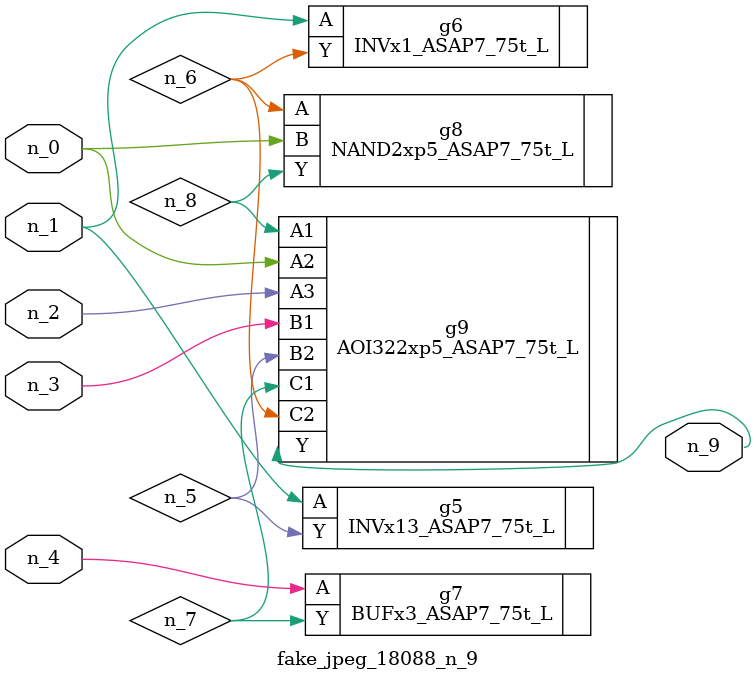
<source format=v>
module fake_jpeg_18088_n_9 (n_3, n_2, n_1, n_0, n_4, n_9);

input n_3;
input n_2;
input n_1;
input n_0;
input n_4;

output n_9;

wire n_8;
wire n_6;
wire n_5;
wire n_7;

INVx13_ASAP7_75t_L g5 ( 
.A(n_1),
.Y(n_5)
);

INVx1_ASAP7_75t_L g6 ( 
.A(n_1),
.Y(n_6)
);

BUFx3_ASAP7_75t_L g7 ( 
.A(n_4),
.Y(n_7)
);

NAND2xp5_ASAP7_75t_L g8 ( 
.A(n_6),
.B(n_0),
.Y(n_8)
);

AOI322xp5_ASAP7_75t_L g9 ( 
.A1(n_8),
.A2(n_0),
.A3(n_2),
.B1(n_3),
.B2(n_5),
.C1(n_7),
.C2(n_6),
.Y(n_9)
);


endmodule
</source>
